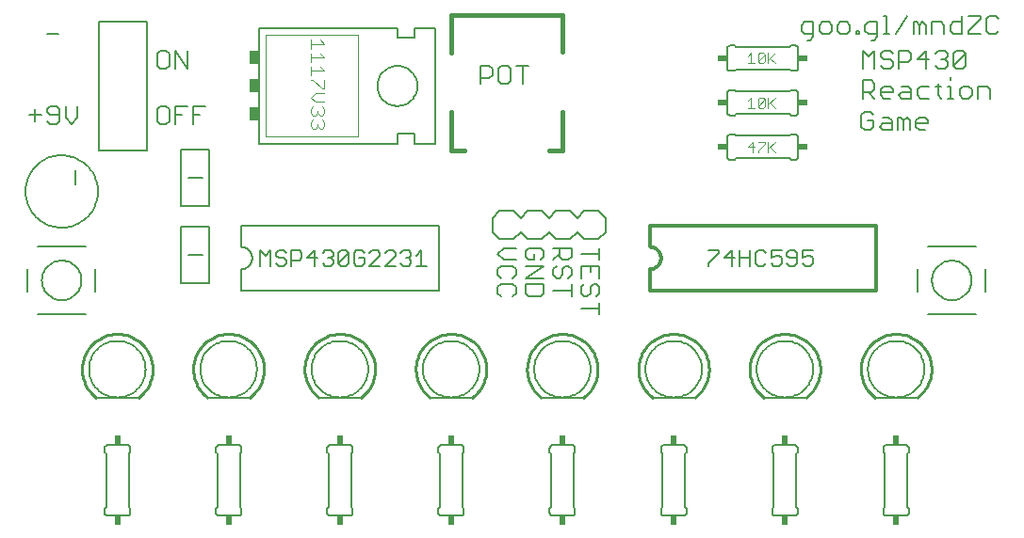
<source format=gto>
G75*
G70*
%OFA0B0*%
%FSLAX24Y24*%
%IPPOS*%
%LPD*%
%AMOC8*
5,1,8,0,0,1.08239X$1,22.5*
%
%ADD10C,0.0060*%
%ADD11C,0.0040*%
%ADD12C,0.0050*%
%ADD13C,0.0030*%
%ADD14C,0.0160*%
%ADD15C,0.0080*%
%ADD16C,0.0100*%
%ADD17R,0.0240X0.0340*%
%ADD18R,0.0340X0.0240*%
%ADD19C,0.0020*%
%ADD20R,0.0350X0.0500*%
%ADD21C,0.0120*%
D10*
X003587Y001706D02*
X003587Y001856D01*
X003637Y001906D01*
X003637Y003806D01*
X003587Y003856D01*
X003587Y004006D01*
X003589Y004023D01*
X003593Y004040D01*
X003600Y004056D01*
X003610Y004070D01*
X003623Y004083D01*
X003637Y004093D01*
X003653Y004100D01*
X003670Y004104D01*
X003687Y004106D01*
X004387Y004106D01*
X004404Y004104D01*
X004421Y004100D01*
X004437Y004093D01*
X004451Y004083D01*
X004464Y004070D01*
X004474Y004056D01*
X004481Y004040D01*
X004485Y004023D01*
X004487Y004006D01*
X004487Y003856D01*
X004437Y003806D01*
X004437Y001906D01*
X004487Y001856D01*
X004487Y001706D01*
X004485Y001689D01*
X004481Y001672D01*
X004474Y001656D01*
X004464Y001642D01*
X004451Y001629D01*
X004437Y001619D01*
X004421Y001612D01*
X004404Y001608D01*
X004387Y001606D01*
X003687Y001606D01*
X003670Y001608D01*
X003653Y001612D01*
X003637Y001619D01*
X003623Y001629D01*
X003610Y001642D01*
X003600Y001656D01*
X003593Y001672D01*
X003589Y001689D01*
X003587Y001706D01*
X007524Y001706D02*
X007524Y001856D01*
X007574Y001906D01*
X007574Y003806D01*
X007524Y003856D01*
X007524Y004006D01*
X007526Y004023D01*
X007530Y004040D01*
X007537Y004056D01*
X007547Y004070D01*
X007560Y004083D01*
X007574Y004093D01*
X007590Y004100D01*
X007607Y004104D01*
X007624Y004106D01*
X008324Y004106D01*
X008341Y004104D01*
X008358Y004100D01*
X008374Y004093D01*
X008388Y004083D01*
X008401Y004070D01*
X008411Y004056D01*
X008418Y004040D01*
X008422Y004023D01*
X008424Y004006D01*
X008424Y003856D01*
X008374Y003806D01*
X008374Y001906D01*
X008424Y001856D01*
X008424Y001706D01*
X008422Y001689D01*
X008418Y001672D01*
X008411Y001656D01*
X008401Y001642D01*
X008388Y001629D01*
X008374Y001619D01*
X008358Y001612D01*
X008341Y001608D01*
X008324Y001606D01*
X007624Y001606D01*
X007607Y001608D01*
X007590Y001612D01*
X007574Y001619D01*
X007560Y001629D01*
X007547Y001642D01*
X007537Y001656D01*
X007530Y001672D01*
X007526Y001689D01*
X007524Y001706D01*
X011461Y001706D02*
X011461Y001856D01*
X011511Y001906D01*
X011511Y003806D01*
X011461Y003856D01*
X011461Y004006D01*
X011463Y004023D01*
X011467Y004040D01*
X011474Y004056D01*
X011484Y004070D01*
X011497Y004083D01*
X011511Y004093D01*
X011527Y004100D01*
X011544Y004104D01*
X011561Y004106D01*
X012261Y004106D01*
X012278Y004104D01*
X012295Y004100D01*
X012311Y004093D01*
X012325Y004083D01*
X012338Y004070D01*
X012348Y004056D01*
X012355Y004040D01*
X012359Y004023D01*
X012361Y004006D01*
X012361Y003856D01*
X012311Y003806D01*
X012311Y001906D01*
X012361Y001856D01*
X012361Y001706D01*
X012359Y001689D01*
X012355Y001672D01*
X012348Y001656D01*
X012338Y001642D01*
X012325Y001629D01*
X012311Y001619D01*
X012295Y001612D01*
X012278Y001608D01*
X012261Y001606D01*
X011561Y001606D01*
X011544Y001608D01*
X011527Y001612D01*
X011511Y001619D01*
X011497Y001629D01*
X011484Y001642D01*
X011474Y001656D01*
X011467Y001672D01*
X011463Y001689D01*
X011461Y001706D01*
X015398Y001706D02*
X015398Y001856D01*
X015448Y001906D01*
X015448Y003806D01*
X015398Y003856D01*
X015398Y004006D01*
X015400Y004023D01*
X015404Y004040D01*
X015411Y004056D01*
X015421Y004070D01*
X015434Y004083D01*
X015448Y004093D01*
X015464Y004100D01*
X015481Y004104D01*
X015498Y004106D01*
X016198Y004106D01*
X016215Y004104D01*
X016232Y004100D01*
X016248Y004093D01*
X016262Y004083D01*
X016275Y004070D01*
X016285Y004056D01*
X016292Y004040D01*
X016296Y004023D01*
X016298Y004006D01*
X016298Y003856D01*
X016248Y003806D01*
X016248Y001906D01*
X016298Y001856D01*
X016298Y001706D01*
X016296Y001689D01*
X016292Y001672D01*
X016285Y001656D01*
X016275Y001642D01*
X016262Y001629D01*
X016248Y001619D01*
X016232Y001612D01*
X016215Y001608D01*
X016198Y001606D01*
X015498Y001606D01*
X015481Y001608D01*
X015464Y001612D01*
X015448Y001619D01*
X015434Y001629D01*
X015421Y001642D01*
X015411Y001656D01*
X015404Y001672D01*
X015400Y001689D01*
X015398Y001706D01*
X019335Y001706D02*
X019335Y001856D01*
X019385Y001906D01*
X019385Y003806D01*
X019335Y003856D01*
X019335Y004006D01*
X019337Y004023D01*
X019341Y004040D01*
X019348Y004056D01*
X019358Y004070D01*
X019371Y004083D01*
X019385Y004093D01*
X019401Y004100D01*
X019418Y004104D01*
X019435Y004106D01*
X020135Y004106D01*
X020152Y004104D01*
X020169Y004100D01*
X020185Y004093D01*
X020199Y004083D01*
X020212Y004070D01*
X020222Y004056D01*
X020229Y004040D01*
X020233Y004023D01*
X020235Y004006D01*
X020235Y003856D01*
X020185Y003806D01*
X020185Y001906D01*
X020235Y001856D01*
X020235Y001706D01*
X020233Y001689D01*
X020229Y001672D01*
X020222Y001656D01*
X020212Y001642D01*
X020199Y001629D01*
X020185Y001619D01*
X020169Y001612D01*
X020152Y001608D01*
X020135Y001606D01*
X019435Y001606D01*
X019418Y001608D01*
X019401Y001612D01*
X019385Y001619D01*
X019371Y001629D01*
X019358Y001642D01*
X019348Y001656D01*
X019341Y001672D01*
X019337Y001689D01*
X019335Y001706D01*
X023272Y001706D02*
X023272Y001856D01*
X023322Y001906D01*
X023322Y003806D01*
X023272Y003856D01*
X023272Y004006D01*
X023274Y004023D01*
X023278Y004040D01*
X023285Y004056D01*
X023295Y004070D01*
X023308Y004083D01*
X023322Y004093D01*
X023338Y004100D01*
X023355Y004104D01*
X023372Y004106D01*
X024072Y004106D01*
X024089Y004104D01*
X024106Y004100D01*
X024122Y004093D01*
X024136Y004083D01*
X024149Y004070D01*
X024159Y004056D01*
X024166Y004040D01*
X024170Y004023D01*
X024172Y004006D01*
X024172Y003856D01*
X024122Y003806D01*
X024122Y001906D01*
X024172Y001856D01*
X024172Y001706D01*
X024170Y001689D01*
X024166Y001672D01*
X024159Y001656D01*
X024149Y001642D01*
X024136Y001629D01*
X024122Y001619D01*
X024106Y001612D01*
X024089Y001608D01*
X024072Y001606D01*
X023372Y001606D01*
X023355Y001608D01*
X023338Y001612D01*
X023322Y001619D01*
X023308Y001629D01*
X023295Y001642D01*
X023285Y001656D01*
X023278Y001672D01*
X023274Y001689D01*
X023272Y001706D01*
X027209Y001706D02*
X027209Y001856D01*
X027259Y001906D01*
X027259Y003806D01*
X027209Y003856D01*
X027209Y004006D01*
X027211Y004023D01*
X027215Y004040D01*
X027222Y004056D01*
X027232Y004070D01*
X027245Y004083D01*
X027259Y004093D01*
X027275Y004100D01*
X027292Y004104D01*
X027309Y004106D01*
X028009Y004106D01*
X028026Y004104D01*
X028043Y004100D01*
X028059Y004093D01*
X028073Y004083D01*
X028086Y004070D01*
X028096Y004056D01*
X028103Y004040D01*
X028107Y004023D01*
X028109Y004006D01*
X028109Y003856D01*
X028059Y003806D01*
X028059Y001906D01*
X028109Y001856D01*
X028109Y001706D01*
X028107Y001689D01*
X028103Y001672D01*
X028096Y001656D01*
X028086Y001642D01*
X028073Y001629D01*
X028059Y001619D01*
X028043Y001612D01*
X028026Y001608D01*
X028009Y001606D01*
X027309Y001606D01*
X027292Y001608D01*
X027275Y001612D01*
X027259Y001619D01*
X027245Y001629D01*
X027232Y001642D01*
X027222Y001656D01*
X027215Y001672D01*
X027211Y001689D01*
X027209Y001706D01*
X031146Y001706D02*
X031146Y001856D01*
X031196Y001906D01*
X031196Y003806D01*
X031146Y003856D01*
X031146Y004006D01*
X031148Y004023D01*
X031152Y004040D01*
X031159Y004056D01*
X031169Y004070D01*
X031182Y004083D01*
X031196Y004093D01*
X031212Y004100D01*
X031229Y004104D01*
X031246Y004106D01*
X031946Y004106D01*
X031963Y004104D01*
X031980Y004100D01*
X031996Y004093D01*
X032010Y004083D01*
X032023Y004070D01*
X032033Y004056D01*
X032040Y004040D01*
X032044Y004023D01*
X032046Y004006D01*
X032046Y003856D01*
X031996Y003806D01*
X031996Y001906D01*
X032046Y001856D01*
X032046Y001706D01*
X032044Y001689D01*
X032040Y001672D01*
X032033Y001656D01*
X032023Y001642D01*
X032010Y001629D01*
X031996Y001619D01*
X031980Y001612D01*
X031963Y001608D01*
X031946Y001606D01*
X031246Y001606D01*
X031229Y001608D01*
X031212Y001612D01*
X031196Y001619D01*
X031182Y001629D01*
X031169Y001642D01*
X031159Y001656D01*
X031152Y001672D01*
X031148Y001689D01*
X031146Y001706D01*
X030596Y006793D02*
X030598Y006856D01*
X030604Y006918D01*
X030614Y006980D01*
X030627Y007042D01*
X030645Y007102D01*
X030666Y007161D01*
X030691Y007219D01*
X030720Y007275D01*
X030752Y007329D01*
X030787Y007381D01*
X030825Y007430D01*
X030867Y007478D01*
X030911Y007522D01*
X030959Y007564D01*
X031008Y007602D01*
X031060Y007637D01*
X031114Y007669D01*
X031170Y007698D01*
X031228Y007723D01*
X031287Y007744D01*
X031347Y007762D01*
X031409Y007775D01*
X031471Y007785D01*
X031533Y007791D01*
X031596Y007793D01*
X031659Y007791D01*
X031721Y007785D01*
X031783Y007775D01*
X031845Y007762D01*
X031905Y007744D01*
X031964Y007723D01*
X032022Y007698D01*
X032078Y007669D01*
X032132Y007637D01*
X032184Y007602D01*
X032233Y007564D01*
X032281Y007522D01*
X032325Y007478D01*
X032367Y007430D01*
X032405Y007381D01*
X032440Y007329D01*
X032472Y007275D01*
X032501Y007219D01*
X032526Y007161D01*
X032547Y007102D01*
X032565Y007042D01*
X032578Y006980D01*
X032588Y006918D01*
X032594Y006856D01*
X032596Y006793D01*
X032594Y006730D01*
X032588Y006668D01*
X032578Y006606D01*
X032565Y006544D01*
X032547Y006484D01*
X032526Y006425D01*
X032501Y006367D01*
X032472Y006311D01*
X032440Y006257D01*
X032405Y006205D01*
X032367Y006156D01*
X032325Y006108D01*
X032281Y006064D01*
X032233Y006022D01*
X032184Y005984D01*
X032132Y005949D01*
X032078Y005917D01*
X032022Y005888D01*
X031964Y005863D01*
X031905Y005842D01*
X031845Y005824D01*
X031783Y005811D01*
X031721Y005801D01*
X031659Y005795D01*
X031596Y005793D01*
X031533Y005795D01*
X031471Y005801D01*
X031409Y005811D01*
X031347Y005824D01*
X031287Y005842D01*
X031228Y005863D01*
X031170Y005888D01*
X031114Y005917D01*
X031060Y005949D01*
X031008Y005984D01*
X030959Y006022D01*
X030911Y006064D01*
X030867Y006108D01*
X030825Y006156D01*
X030787Y006205D01*
X030752Y006257D01*
X030720Y006311D01*
X030691Y006367D01*
X030666Y006425D01*
X030645Y006484D01*
X030627Y006544D01*
X030614Y006606D01*
X030604Y006668D01*
X030598Y006730D01*
X030596Y006793D01*
X026659Y006793D02*
X026661Y006856D01*
X026667Y006918D01*
X026677Y006980D01*
X026690Y007042D01*
X026708Y007102D01*
X026729Y007161D01*
X026754Y007219D01*
X026783Y007275D01*
X026815Y007329D01*
X026850Y007381D01*
X026888Y007430D01*
X026930Y007478D01*
X026974Y007522D01*
X027022Y007564D01*
X027071Y007602D01*
X027123Y007637D01*
X027177Y007669D01*
X027233Y007698D01*
X027291Y007723D01*
X027350Y007744D01*
X027410Y007762D01*
X027472Y007775D01*
X027534Y007785D01*
X027596Y007791D01*
X027659Y007793D01*
X027722Y007791D01*
X027784Y007785D01*
X027846Y007775D01*
X027908Y007762D01*
X027968Y007744D01*
X028027Y007723D01*
X028085Y007698D01*
X028141Y007669D01*
X028195Y007637D01*
X028247Y007602D01*
X028296Y007564D01*
X028344Y007522D01*
X028388Y007478D01*
X028430Y007430D01*
X028468Y007381D01*
X028503Y007329D01*
X028535Y007275D01*
X028564Y007219D01*
X028589Y007161D01*
X028610Y007102D01*
X028628Y007042D01*
X028641Y006980D01*
X028651Y006918D01*
X028657Y006856D01*
X028659Y006793D01*
X028657Y006730D01*
X028651Y006668D01*
X028641Y006606D01*
X028628Y006544D01*
X028610Y006484D01*
X028589Y006425D01*
X028564Y006367D01*
X028535Y006311D01*
X028503Y006257D01*
X028468Y006205D01*
X028430Y006156D01*
X028388Y006108D01*
X028344Y006064D01*
X028296Y006022D01*
X028247Y005984D01*
X028195Y005949D01*
X028141Y005917D01*
X028085Y005888D01*
X028027Y005863D01*
X027968Y005842D01*
X027908Y005824D01*
X027846Y005811D01*
X027784Y005801D01*
X027722Y005795D01*
X027659Y005793D01*
X027596Y005795D01*
X027534Y005801D01*
X027472Y005811D01*
X027410Y005824D01*
X027350Y005842D01*
X027291Y005863D01*
X027233Y005888D01*
X027177Y005917D01*
X027123Y005949D01*
X027071Y005984D01*
X027022Y006022D01*
X026974Y006064D01*
X026930Y006108D01*
X026888Y006156D01*
X026850Y006205D01*
X026815Y006257D01*
X026783Y006311D01*
X026754Y006367D01*
X026729Y006425D01*
X026708Y006484D01*
X026690Y006544D01*
X026677Y006606D01*
X026667Y006668D01*
X026661Y006730D01*
X026659Y006793D01*
X022722Y006793D02*
X022724Y006856D01*
X022730Y006918D01*
X022740Y006980D01*
X022753Y007042D01*
X022771Y007102D01*
X022792Y007161D01*
X022817Y007219D01*
X022846Y007275D01*
X022878Y007329D01*
X022913Y007381D01*
X022951Y007430D01*
X022993Y007478D01*
X023037Y007522D01*
X023085Y007564D01*
X023134Y007602D01*
X023186Y007637D01*
X023240Y007669D01*
X023296Y007698D01*
X023354Y007723D01*
X023413Y007744D01*
X023473Y007762D01*
X023535Y007775D01*
X023597Y007785D01*
X023659Y007791D01*
X023722Y007793D01*
X023785Y007791D01*
X023847Y007785D01*
X023909Y007775D01*
X023971Y007762D01*
X024031Y007744D01*
X024090Y007723D01*
X024148Y007698D01*
X024204Y007669D01*
X024258Y007637D01*
X024310Y007602D01*
X024359Y007564D01*
X024407Y007522D01*
X024451Y007478D01*
X024493Y007430D01*
X024531Y007381D01*
X024566Y007329D01*
X024598Y007275D01*
X024627Y007219D01*
X024652Y007161D01*
X024673Y007102D01*
X024691Y007042D01*
X024704Y006980D01*
X024714Y006918D01*
X024720Y006856D01*
X024722Y006793D01*
X024720Y006730D01*
X024714Y006668D01*
X024704Y006606D01*
X024691Y006544D01*
X024673Y006484D01*
X024652Y006425D01*
X024627Y006367D01*
X024598Y006311D01*
X024566Y006257D01*
X024531Y006205D01*
X024493Y006156D01*
X024451Y006108D01*
X024407Y006064D01*
X024359Y006022D01*
X024310Y005984D01*
X024258Y005949D01*
X024204Y005917D01*
X024148Y005888D01*
X024090Y005863D01*
X024031Y005842D01*
X023971Y005824D01*
X023909Y005811D01*
X023847Y005801D01*
X023785Y005795D01*
X023722Y005793D01*
X023659Y005795D01*
X023597Y005801D01*
X023535Y005811D01*
X023473Y005824D01*
X023413Y005842D01*
X023354Y005863D01*
X023296Y005888D01*
X023240Y005917D01*
X023186Y005949D01*
X023134Y005984D01*
X023085Y006022D01*
X023037Y006064D01*
X022993Y006108D01*
X022951Y006156D01*
X022913Y006205D01*
X022878Y006257D01*
X022846Y006311D01*
X022817Y006367D01*
X022792Y006425D01*
X022771Y006484D01*
X022753Y006544D01*
X022740Y006606D01*
X022730Y006668D01*
X022724Y006730D01*
X022722Y006793D01*
X018785Y006793D02*
X018787Y006856D01*
X018793Y006918D01*
X018803Y006980D01*
X018816Y007042D01*
X018834Y007102D01*
X018855Y007161D01*
X018880Y007219D01*
X018909Y007275D01*
X018941Y007329D01*
X018976Y007381D01*
X019014Y007430D01*
X019056Y007478D01*
X019100Y007522D01*
X019148Y007564D01*
X019197Y007602D01*
X019249Y007637D01*
X019303Y007669D01*
X019359Y007698D01*
X019417Y007723D01*
X019476Y007744D01*
X019536Y007762D01*
X019598Y007775D01*
X019660Y007785D01*
X019722Y007791D01*
X019785Y007793D01*
X019848Y007791D01*
X019910Y007785D01*
X019972Y007775D01*
X020034Y007762D01*
X020094Y007744D01*
X020153Y007723D01*
X020211Y007698D01*
X020267Y007669D01*
X020321Y007637D01*
X020373Y007602D01*
X020422Y007564D01*
X020470Y007522D01*
X020514Y007478D01*
X020556Y007430D01*
X020594Y007381D01*
X020629Y007329D01*
X020661Y007275D01*
X020690Y007219D01*
X020715Y007161D01*
X020736Y007102D01*
X020754Y007042D01*
X020767Y006980D01*
X020777Y006918D01*
X020783Y006856D01*
X020785Y006793D01*
X020783Y006730D01*
X020777Y006668D01*
X020767Y006606D01*
X020754Y006544D01*
X020736Y006484D01*
X020715Y006425D01*
X020690Y006367D01*
X020661Y006311D01*
X020629Y006257D01*
X020594Y006205D01*
X020556Y006156D01*
X020514Y006108D01*
X020470Y006064D01*
X020422Y006022D01*
X020373Y005984D01*
X020321Y005949D01*
X020267Y005917D01*
X020211Y005888D01*
X020153Y005863D01*
X020094Y005842D01*
X020034Y005824D01*
X019972Y005811D01*
X019910Y005801D01*
X019848Y005795D01*
X019785Y005793D01*
X019722Y005795D01*
X019660Y005801D01*
X019598Y005811D01*
X019536Y005824D01*
X019476Y005842D01*
X019417Y005863D01*
X019359Y005888D01*
X019303Y005917D01*
X019249Y005949D01*
X019197Y005984D01*
X019148Y006022D01*
X019100Y006064D01*
X019056Y006108D01*
X019014Y006156D01*
X018976Y006205D01*
X018941Y006257D01*
X018909Y006311D01*
X018880Y006367D01*
X018855Y006425D01*
X018834Y006484D01*
X018816Y006544D01*
X018803Y006606D01*
X018793Y006668D01*
X018787Y006730D01*
X018785Y006793D01*
X014848Y006793D02*
X014850Y006856D01*
X014856Y006918D01*
X014866Y006980D01*
X014879Y007042D01*
X014897Y007102D01*
X014918Y007161D01*
X014943Y007219D01*
X014972Y007275D01*
X015004Y007329D01*
X015039Y007381D01*
X015077Y007430D01*
X015119Y007478D01*
X015163Y007522D01*
X015211Y007564D01*
X015260Y007602D01*
X015312Y007637D01*
X015366Y007669D01*
X015422Y007698D01*
X015480Y007723D01*
X015539Y007744D01*
X015599Y007762D01*
X015661Y007775D01*
X015723Y007785D01*
X015785Y007791D01*
X015848Y007793D01*
X015911Y007791D01*
X015973Y007785D01*
X016035Y007775D01*
X016097Y007762D01*
X016157Y007744D01*
X016216Y007723D01*
X016274Y007698D01*
X016330Y007669D01*
X016384Y007637D01*
X016436Y007602D01*
X016485Y007564D01*
X016533Y007522D01*
X016577Y007478D01*
X016619Y007430D01*
X016657Y007381D01*
X016692Y007329D01*
X016724Y007275D01*
X016753Y007219D01*
X016778Y007161D01*
X016799Y007102D01*
X016817Y007042D01*
X016830Y006980D01*
X016840Y006918D01*
X016846Y006856D01*
X016848Y006793D01*
X016846Y006730D01*
X016840Y006668D01*
X016830Y006606D01*
X016817Y006544D01*
X016799Y006484D01*
X016778Y006425D01*
X016753Y006367D01*
X016724Y006311D01*
X016692Y006257D01*
X016657Y006205D01*
X016619Y006156D01*
X016577Y006108D01*
X016533Y006064D01*
X016485Y006022D01*
X016436Y005984D01*
X016384Y005949D01*
X016330Y005917D01*
X016274Y005888D01*
X016216Y005863D01*
X016157Y005842D01*
X016097Y005824D01*
X016035Y005811D01*
X015973Y005801D01*
X015911Y005795D01*
X015848Y005793D01*
X015785Y005795D01*
X015723Y005801D01*
X015661Y005811D01*
X015599Y005824D01*
X015539Y005842D01*
X015480Y005863D01*
X015422Y005888D01*
X015366Y005917D01*
X015312Y005949D01*
X015260Y005984D01*
X015211Y006022D01*
X015163Y006064D01*
X015119Y006108D01*
X015077Y006156D01*
X015039Y006205D01*
X015004Y006257D01*
X014972Y006311D01*
X014943Y006367D01*
X014918Y006425D01*
X014897Y006484D01*
X014879Y006544D01*
X014866Y006606D01*
X014856Y006668D01*
X014850Y006730D01*
X014848Y006793D01*
X010911Y006793D02*
X010913Y006856D01*
X010919Y006918D01*
X010929Y006980D01*
X010942Y007042D01*
X010960Y007102D01*
X010981Y007161D01*
X011006Y007219D01*
X011035Y007275D01*
X011067Y007329D01*
X011102Y007381D01*
X011140Y007430D01*
X011182Y007478D01*
X011226Y007522D01*
X011274Y007564D01*
X011323Y007602D01*
X011375Y007637D01*
X011429Y007669D01*
X011485Y007698D01*
X011543Y007723D01*
X011602Y007744D01*
X011662Y007762D01*
X011724Y007775D01*
X011786Y007785D01*
X011848Y007791D01*
X011911Y007793D01*
X011974Y007791D01*
X012036Y007785D01*
X012098Y007775D01*
X012160Y007762D01*
X012220Y007744D01*
X012279Y007723D01*
X012337Y007698D01*
X012393Y007669D01*
X012447Y007637D01*
X012499Y007602D01*
X012548Y007564D01*
X012596Y007522D01*
X012640Y007478D01*
X012682Y007430D01*
X012720Y007381D01*
X012755Y007329D01*
X012787Y007275D01*
X012816Y007219D01*
X012841Y007161D01*
X012862Y007102D01*
X012880Y007042D01*
X012893Y006980D01*
X012903Y006918D01*
X012909Y006856D01*
X012911Y006793D01*
X012909Y006730D01*
X012903Y006668D01*
X012893Y006606D01*
X012880Y006544D01*
X012862Y006484D01*
X012841Y006425D01*
X012816Y006367D01*
X012787Y006311D01*
X012755Y006257D01*
X012720Y006205D01*
X012682Y006156D01*
X012640Y006108D01*
X012596Y006064D01*
X012548Y006022D01*
X012499Y005984D01*
X012447Y005949D01*
X012393Y005917D01*
X012337Y005888D01*
X012279Y005863D01*
X012220Y005842D01*
X012160Y005824D01*
X012098Y005811D01*
X012036Y005801D01*
X011974Y005795D01*
X011911Y005793D01*
X011848Y005795D01*
X011786Y005801D01*
X011724Y005811D01*
X011662Y005824D01*
X011602Y005842D01*
X011543Y005863D01*
X011485Y005888D01*
X011429Y005917D01*
X011375Y005949D01*
X011323Y005984D01*
X011274Y006022D01*
X011226Y006064D01*
X011182Y006108D01*
X011140Y006156D01*
X011102Y006205D01*
X011067Y006257D01*
X011035Y006311D01*
X011006Y006367D01*
X010981Y006425D01*
X010960Y006484D01*
X010942Y006544D01*
X010929Y006606D01*
X010919Y006668D01*
X010913Y006730D01*
X010911Y006793D01*
X006974Y006793D02*
X006976Y006856D01*
X006982Y006918D01*
X006992Y006980D01*
X007005Y007042D01*
X007023Y007102D01*
X007044Y007161D01*
X007069Y007219D01*
X007098Y007275D01*
X007130Y007329D01*
X007165Y007381D01*
X007203Y007430D01*
X007245Y007478D01*
X007289Y007522D01*
X007337Y007564D01*
X007386Y007602D01*
X007438Y007637D01*
X007492Y007669D01*
X007548Y007698D01*
X007606Y007723D01*
X007665Y007744D01*
X007725Y007762D01*
X007787Y007775D01*
X007849Y007785D01*
X007911Y007791D01*
X007974Y007793D01*
X008037Y007791D01*
X008099Y007785D01*
X008161Y007775D01*
X008223Y007762D01*
X008283Y007744D01*
X008342Y007723D01*
X008400Y007698D01*
X008456Y007669D01*
X008510Y007637D01*
X008562Y007602D01*
X008611Y007564D01*
X008659Y007522D01*
X008703Y007478D01*
X008745Y007430D01*
X008783Y007381D01*
X008818Y007329D01*
X008850Y007275D01*
X008879Y007219D01*
X008904Y007161D01*
X008925Y007102D01*
X008943Y007042D01*
X008956Y006980D01*
X008966Y006918D01*
X008972Y006856D01*
X008974Y006793D01*
X008972Y006730D01*
X008966Y006668D01*
X008956Y006606D01*
X008943Y006544D01*
X008925Y006484D01*
X008904Y006425D01*
X008879Y006367D01*
X008850Y006311D01*
X008818Y006257D01*
X008783Y006205D01*
X008745Y006156D01*
X008703Y006108D01*
X008659Y006064D01*
X008611Y006022D01*
X008562Y005984D01*
X008510Y005949D01*
X008456Y005917D01*
X008400Y005888D01*
X008342Y005863D01*
X008283Y005842D01*
X008223Y005824D01*
X008161Y005811D01*
X008099Y005801D01*
X008037Y005795D01*
X007974Y005793D01*
X007911Y005795D01*
X007849Y005801D01*
X007787Y005811D01*
X007725Y005824D01*
X007665Y005842D01*
X007606Y005863D01*
X007548Y005888D01*
X007492Y005917D01*
X007438Y005949D01*
X007386Y005984D01*
X007337Y006022D01*
X007289Y006064D01*
X007245Y006108D01*
X007203Y006156D01*
X007165Y006205D01*
X007130Y006257D01*
X007098Y006311D01*
X007069Y006367D01*
X007044Y006425D01*
X007023Y006484D01*
X007005Y006544D01*
X006992Y006606D01*
X006982Y006668D01*
X006976Y006730D01*
X006974Y006793D01*
X003037Y006793D02*
X003039Y006856D01*
X003045Y006918D01*
X003055Y006980D01*
X003068Y007042D01*
X003086Y007102D01*
X003107Y007161D01*
X003132Y007219D01*
X003161Y007275D01*
X003193Y007329D01*
X003228Y007381D01*
X003266Y007430D01*
X003308Y007478D01*
X003352Y007522D01*
X003400Y007564D01*
X003449Y007602D01*
X003501Y007637D01*
X003555Y007669D01*
X003611Y007698D01*
X003669Y007723D01*
X003728Y007744D01*
X003788Y007762D01*
X003850Y007775D01*
X003912Y007785D01*
X003974Y007791D01*
X004037Y007793D01*
X004100Y007791D01*
X004162Y007785D01*
X004224Y007775D01*
X004286Y007762D01*
X004346Y007744D01*
X004405Y007723D01*
X004463Y007698D01*
X004519Y007669D01*
X004573Y007637D01*
X004625Y007602D01*
X004674Y007564D01*
X004722Y007522D01*
X004766Y007478D01*
X004808Y007430D01*
X004846Y007381D01*
X004881Y007329D01*
X004913Y007275D01*
X004942Y007219D01*
X004967Y007161D01*
X004988Y007102D01*
X005006Y007042D01*
X005019Y006980D01*
X005029Y006918D01*
X005035Y006856D01*
X005037Y006793D01*
X005035Y006730D01*
X005029Y006668D01*
X005019Y006606D01*
X005006Y006544D01*
X004988Y006484D01*
X004967Y006425D01*
X004942Y006367D01*
X004913Y006311D01*
X004881Y006257D01*
X004846Y006205D01*
X004808Y006156D01*
X004766Y006108D01*
X004722Y006064D01*
X004674Y006022D01*
X004625Y005984D01*
X004573Y005949D01*
X004519Y005917D01*
X004463Y005888D01*
X004405Y005863D01*
X004346Y005842D01*
X004286Y005824D01*
X004224Y005811D01*
X004162Y005801D01*
X004100Y005795D01*
X004037Y005793D01*
X003974Y005795D01*
X003912Y005801D01*
X003850Y005811D01*
X003788Y005824D01*
X003728Y005842D01*
X003669Y005863D01*
X003611Y005888D01*
X003555Y005917D01*
X003501Y005949D01*
X003449Y005984D01*
X003400Y006022D01*
X003352Y006064D01*
X003308Y006108D01*
X003266Y006156D01*
X003228Y006205D01*
X003193Y006257D01*
X003161Y006311D01*
X003132Y006367D01*
X003107Y006425D01*
X003086Y006484D01*
X003068Y006544D01*
X003055Y006606D01*
X003045Y006668D01*
X003039Y006730D01*
X003037Y006793D01*
X008409Y009580D02*
X008409Y010330D01*
X008448Y010332D01*
X008487Y010338D01*
X008525Y010347D01*
X008562Y010360D01*
X008598Y010377D01*
X008631Y010397D01*
X008663Y010421D01*
X008692Y010447D01*
X008718Y010476D01*
X008742Y010508D01*
X008762Y010541D01*
X008779Y010577D01*
X008792Y010614D01*
X008801Y010652D01*
X008807Y010691D01*
X008809Y010730D01*
X008807Y010769D01*
X008801Y010808D01*
X008792Y010846D01*
X008779Y010883D01*
X008762Y010919D01*
X008742Y010952D01*
X008718Y010984D01*
X008692Y011013D01*
X008663Y011039D01*
X008631Y011063D01*
X008598Y011083D01*
X008562Y011100D01*
X008525Y011113D01*
X008487Y011122D01*
X008448Y011128D01*
X008409Y011130D01*
X008409Y011880D01*
X015409Y011880D01*
X015409Y009580D01*
X008409Y009580D01*
X009049Y014782D02*
X013949Y014782D01*
X013949Y015132D01*
X014549Y015132D01*
X014549Y014782D01*
X015299Y014782D01*
X015299Y018882D01*
X014549Y018882D01*
X014549Y018532D01*
X013949Y018532D01*
X013949Y018882D01*
X009049Y018882D01*
X009049Y014782D01*
X006948Y015805D02*
X006734Y015805D01*
X006734Y016125D02*
X006734Y015484D01*
X006303Y015805D02*
X006090Y015805D01*
X005872Y016018D02*
X005872Y015591D01*
X005765Y015484D01*
X005552Y015484D01*
X005445Y015591D01*
X005445Y016018D01*
X005552Y016125D01*
X005765Y016125D01*
X005872Y016018D01*
X006090Y016125D02*
X006517Y016125D01*
X006734Y016125D02*
X007161Y016125D01*
X006090Y016125D02*
X006090Y015484D01*
X006090Y017453D02*
X006090Y018093D01*
X006517Y017453D01*
X006517Y018093D01*
X005872Y017987D02*
X005872Y017560D01*
X005765Y017453D01*
X005552Y017453D01*
X005445Y017560D01*
X005445Y017987D01*
X005552Y018093D01*
X005765Y018093D01*
X005872Y017987D01*
X002634Y016125D02*
X002634Y015698D01*
X002420Y015484D01*
X002207Y015698D01*
X002207Y016125D01*
X001989Y016018D02*
X001882Y016125D01*
X001669Y016125D01*
X001562Y016018D01*
X001562Y015911D01*
X001669Y015805D01*
X001989Y015805D01*
X001989Y016018D02*
X001989Y015591D01*
X001882Y015484D01*
X001669Y015484D01*
X001562Y015591D01*
X001344Y015805D02*
X000917Y015805D01*
X001131Y016018D02*
X001131Y015591D01*
X001540Y018689D02*
X001967Y018689D01*
X013239Y016832D02*
X013241Y016885D01*
X013247Y016938D01*
X013257Y016990D01*
X013271Y017041D01*
X013288Y017091D01*
X013309Y017140D01*
X013334Y017187D01*
X013362Y017232D01*
X013394Y017275D01*
X013429Y017315D01*
X013466Y017352D01*
X013506Y017387D01*
X013549Y017419D01*
X013594Y017447D01*
X013641Y017472D01*
X013690Y017493D01*
X013740Y017510D01*
X013791Y017524D01*
X013843Y017534D01*
X013896Y017540D01*
X013949Y017542D01*
X014002Y017540D01*
X014055Y017534D01*
X014107Y017524D01*
X014158Y017510D01*
X014208Y017493D01*
X014257Y017472D01*
X014304Y017447D01*
X014349Y017419D01*
X014392Y017387D01*
X014432Y017352D01*
X014469Y017315D01*
X014504Y017275D01*
X014536Y017232D01*
X014564Y017187D01*
X014589Y017140D01*
X014610Y017091D01*
X014627Y017041D01*
X014641Y016990D01*
X014651Y016938D01*
X014657Y016885D01*
X014659Y016832D01*
X014657Y016779D01*
X014651Y016726D01*
X014641Y016674D01*
X014627Y016623D01*
X014610Y016573D01*
X014589Y016524D01*
X014564Y016477D01*
X014536Y016432D01*
X014504Y016389D01*
X014469Y016349D01*
X014432Y016312D01*
X014392Y016277D01*
X014349Y016245D01*
X014304Y016217D01*
X014257Y016192D01*
X014208Y016171D01*
X014158Y016154D01*
X014107Y016140D01*
X014055Y016130D01*
X014002Y016124D01*
X013949Y016122D01*
X013896Y016124D01*
X013843Y016130D01*
X013791Y016140D01*
X013740Y016154D01*
X013690Y016171D01*
X013641Y016192D01*
X013594Y016217D01*
X013549Y016245D01*
X013506Y016277D01*
X013466Y016312D01*
X013429Y016349D01*
X013394Y016389D01*
X013362Y016432D01*
X013334Y016477D01*
X013309Y016524D01*
X013288Y016573D01*
X013271Y016623D01*
X013257Y016674D01*
X013247Y016726D01*
X013241Y016779D01*
X013239Y016832D01*
X016880Y016906D02*
X016880Y017547D01*
X017200Y017547D01*
X017307Y017440D01*
X017307Y017226D01*
X017200Y017119D01*
X016880Y017119D01*
X017524Y017013D02*
X017631Y016906D01*
X017845Y016906D01*
X017951Y017013D01*
X017951Y017440D01*
X017845Y017547D01*
X017631Y017547D01*
X017524Y017440D01*
X017524Y017013D01*
X018382Y016906D02*
X018382Y017547D01*
X018169Y017547D02*
X018596Y017547D01*
X025622Y017467D02*
X025622Y018167D01*
X025624Y018184D01*
X025628Y018201D01*
X025635Y018217D01*
X025645Y018231D01*
X025658Y018244D01*
X025672Y018254D01*
X025688Y018261D01*
X025705Y018265D01*
X025722Y018267D01*
X025872Y018267D01*
X025922Y018217D01*
X027822Y018217D01*
X027872Y018267D01*
X028022Y018267D01*
X028039Y018265D01*
X028056Y018261D01*
X028072Y018254D01*
X028086Y018244D01*
X028099Y018231D01*
X028109Y018217D01*
X028116Y018201D01*
X028120Y018184D01*
X028122Y018167D01*
X028122Y017467D01*
X028120Y017450D01*
X028116Y017433D01*
X028109Y017417D01*
X028099Y017403D01*
X028086Y017390D01*
X028072Y017380D01*
X028056Y017373D01*
X028039Y017369D01*
X028022Y017367D01*
X027872Y017367D01*
X027822Y017417D01*
X025922Y017417D01*
X025872Y017367D01*
X025722Y017367D01*
X025705Y017369D01*
X025688Y017373D01*
X025672Y017380D01*
X025658Y017390D01*
X025645Y017403D01*
X025635Y017417D01*
X025628Y017433D01*
X025624Y017450D01*
X025622Y017467D01*
X025722Y016692D02*
X025872Y016692D01*
X025922Y016642D01*
X027822Y016642D01*
X027872Y016692D01*
X028022Y016692D01*
X028039Y016690D01*
X028056Y016686D01*
X028072Y016679D01*
X028086Y016669D01*
X028099Y016656D01*
X028109Y016642D01*
X028116Y016626D01*
X028120Y016609D01*
X028122Y016592D01*
X028122Y015892D01*
X028120Y015875D01*
X028116Y015858D01*
X028109Y015842D01*
X028099Y015828D01*
X028086Y015815D01*
X028072Y015805D01*
X028056Y015798D01*
X028039Y015794D01*
X028022Y015792D01*
X027872Y015792D01*
X027822Y015842D01*
X025922Y015842D01*
X025872Y015792D01*
X025722Y015792D01*
X025705Y015794D01*
X025688Y015798D01*
X025672Y015805D01*
X025658Y015815D01*
X025645Y015828D01*
X025635Y015842D01*
X025628Y015858D01*
X025624Y015875D01*
X025622Y015892D01*
X025622Y016592D01*
X025624Y016609D01*
X025628Y016626D01*
X025635Y016642D01*
X025645Y016656D01*
X025658Y016669D01*
X025672Y016679D01*
X025688Y016686D01*
X025705Y016690D01*
X025722Y016692D01*
X025722Y015117D02*
X025872Y015117D01*
X025922Y015067D01*
X027822Y015067D01*
X027872Y015117D01*
X028022Y015117D01*
X028039Y015115D01*
X028056Y015111D01*
X028072Y015104D01*
X028086Y015094D01*
X028099Y015081D01*
X028109Y015067D01*
X028116Y015051D01*
X028120Y015034D01*
X028122Y015017D01*
X028122Y014317D01*
X028120Y014300D01*
X028116Y014283D01*
X028109Y014267D01*
X028099Y014253D01*
X028086Y014240D01*
X028072Y014230D01*
X028056Y014223D01*
X028039Y014219D01*
X028022Y014217D01*
X027872Y014217D01*
X027822Y014267D01*
X025922Y014267D01*
X025872Y014217D01*
X025722Y014217D01*
X025705Y014219D01*
X025688Y014223D01*
X025672Y014230D01*
X025658Y014240D01*
X025645Y014253D01*
X025635Y014267D01*
X025628Y014283D01*
X025624Y014300D01*
X025622Y014317D01*
X025622Y015017D01*
X025624Y015034D01*
X025628Y015051D01*
X025635Y015067D01*
X025645Y015081D01*
X025658Y015094D01*
X025672Y015104D01*
X025688Y015111D01*
X025705Y015115D01*
X025722Y015117D01*
X030366Y015394D02*
X030473Y015287D01*
X030686Y015287D01*
X030793Y015394D01*
X030793Y015608D01*
X030580Y015608D01*
X030793Y015821D02*
X030686Y015928D01*
X030473Y015928D01*
X030366Y015821D01*
X030366Y015394D01*
X031011Y015394D02*
X031118Y015501D01*
X031438Y015501D01*
X031438Y015608D02*
X031438Y015287D01*
X031118Y015287D01*
X031011Y015394D01*
X031331Y015715D02*
X031438Y015608D01*
X031331Y015715D02*
X031118Y015715D01*
X031655Y015715D02*
X031762Y015715D01*
X031869Y015608D01*
X031976Y015715D01*
X032082Y015608D01*
X032082Y015287D01*
X031869Y015287D02*
X031869Y015608D01*
X031655Y015715D02*
X031655Y015287D01*
X032300Y015394D02*
X032300Y015608D01*
X032407Y015715D01*
X032620Y015715D01*
X032727Y015608D01*
X032727Y015501D01*
X032300Y015501D01*
X032300Y015394D02*
X032407Y015287D01*
X032620Y015287D01*
X032766Y016390D02*
X032446Y016390D01*
X032339Y016497D01*
X032339Y016710D01*
X032446Y016817D01*
X032766Y016817D01*
X032984Y016817D02*
X033197Y016817D01*
X033091Y016924D02*
X033091Y016497D01*
X033197Y016390D01*
X033413Y016390D02*
X033627Y016390D01*
X033520Y016390D02*
X033520Y016817D01*
X033413Y016817D01*
X033520Y017030D02*
X033520Y017137D01*
X033735Y017453D02*
X033628Y017560D01*
X034055Y017987D01*
X034055Y017560D01*
X033949Y017453D01*
X033735Y017453D01*
X033628Y017560D02*
X033628Y017987D01*
X033735Y018093D01*
X033949Y018093D01*
X034055Y017987D01*
X033411Y017987D02*
X033411Y017880D01*
X033304Y017773D01*
X033411Y017666D01*
X033411Y017560D01*
X033304Y017453D01*
X033091Y017453D01*
X032984Y017560D01*
X033197Y017773D02*
X033304Y017773D01*
X033411Y017987D02*
X033304Y018093D01*
X033091Y018093D01*
X032984Y017987D01*
X032766Y017773D02*
X032339Y017773D01*
X032660Y018093D01*
X032660Y017453D01*
X032122Y017773D02*
X032015Y017666D01*
X031695Y017666D01*
X031695Y017453D02*
X031695Y018093D01*
X032015Y018093D01*
X032122Y017987D01*
X032122Y017773D01*
X031477Y017666D02*
X031477Y017560D01*
X031370Y017453D01*
X031157Y017453D01*
X031050Y017560D01*
X031157Y017773D02*
X031370Y017773D01*
X031477Y017666D01*
X031157Y017773D02*
X031050Y017880D01*
X031050Y017987D01*
X031157Y018093D01*
X031370Y018093D01*
X031477Y017987D01*
X030833Y018093D02*
X030833Y017453D01*
X030406Y017453D02*
X030406Y018093D01*
X030619Y017880D01*
X030833Y018093D01*
X030816Y018460D02*
X030923Y018567D01*
X030923Y019100D01*
X030603Y019100D01*
X030496Y018994D01*
X030496Y018780D01*
X030603Y018673D01*
X030923Y018673D01*
X031141Y018673D02*
X031354Y018673D01*
X031247Y018673D02*
X031247Y019314D01*
X031141Y019314D01*
X031570Y018673D02*
X031997Y019314D01*
X032215Y019100D02*
X032322Y019100D01*
X032428Y018994D01*
X032535Y019100D01*
X032642Y018994D01*
X032642Y018673D01*
X032428Y018673D02*
X032428Y018994D01*
X032215Y019100D02*
X032215Y018673D01*
X032860Y018673D02*
X032860Y019100D01*
X033180Y019100D01*
X033287Y018994D01*
X033287Y018673D01*
X033504Y018780D02*
X033504Y018994D01*
X033611Y019100D01*
X033931Y019100D01*
X033931Y019314D02*
X033931Y018673D01*
X033611Y018673D01*
X033504Y018780D01*
X034149Y018780D02*
X034149Y018673D01*
X034576Y018673D01*
X034793Y018780D02*
X034900Y018673D01*
X035113Y018673D01*
X035220Y018780D01*
X034793Y018780D02*
X034793Y019207D01*
X034900Y019314D01*
X035113Y019314D01*
X035220Y019207D01*
X034576Y019207D02*
X034149Y018780D01*
X034149Y019314D02*
X034576Y019314D01*
X034576Y019207D01*
X030816Y018460D02*
X030710Y018460D01*
X030281Y018673D02*
X030281Y018780D01*
X030174Y018780D01*
X030174Y018673D01*
X030281Y018673D01*
X029956Y018780D02*
X029956Y018994D01*
X029850Y019100D01*
X029636Y019100D01*
X029529Y018994D01*
X029529Y018780D01*
X029636Y018673D01*
X029850Y018673D01*
X029956Y018780D01*
X029312Y018780D02*
X029312Y018994D01*
X029205Y019100D01*
X028992Y019100D01*
X028885Y018994D01*
X028885Y018780D01*
X028992Y018673D01*
X029205Y018673D01*
X029312Y018780D01*
X028667Y018673D02*
X028347Y018673D01*
X028240Y018780D01*
X028240Y018994D01*
X028347Y019100D01*
X028667Y019100D01*
X028667Y018567D01*
X028561Y018460D01*
X028454Y018460D01*
X030406Y017030D02*
X030726Y017030D01*
X030833Y016924D01*
X030833Y016710D01*
X030726Y016603D01*
X030406Y016603D01*
X030619Y016603D02*
X030833Y016390D01*
X031050Y016497D02*
X031050Y016710D01*
X031157Y016817D01*
X031370Y016817D01*
X031477Y016710D01*
X031477Y016603D01*
X031050Y016603D01*
X031050Y016497D02*
X031157Y016390D01*
X031370Y016390D01*
X031695Y016497D02*
X031801Y016603D01*
X032122Y016603D01*
X032122Y016710D02*
X032015Y016817D01*
X031801Y016817D01*
X031695Y016497D02*
X031801Y016390D01*
X032122Y016390D01*
X032122Y016710D01*
X033843Y016710D02*
X033843Y016497D01*
X033950Y016390D01*
X034163Y016390D01*
X034270Y016497D01*
X034270Y016710D01*
X034163Y016817D01*
X033950Y016817D01*
X033843Y016710D01*
X034488Y016817D02*
X034488Y016390D01*
X034915Y016390D02*
X034915Y016710D01*
X034808Y016817D01*
X034488Y016817D01*
X030406Y017030D02*
X030406Y016390D01*
X021090Y011094D02*
X021090Y010667D01*
X021090Y010880D02*
X020449Y010880D01*
X020106Y010773D02*
X019999Y010667D01*
X019785Y010667D01*
X019679Y010773D01*
X019679Y011094D01*
X019679Y010880D02*
X019465Y010667D01*
X019572Y010449D02*
X019465Y010342D01*
X019465Y010129D01*
X019572Y010022D01*
X019679Y010022D01*
X019785Y010129D01*
X019785Y010342D01*
X019892Y010449D01*
X019999Y010449D01*
X020106Y010342D01*
X020106Y010129D01*
X019999Y010022D01*
X020449Y010022D02*
X020449Y010449D01*
X021090Y010449D01*
X021090Y010022D01*
X020770Y010236D02*
X020770Y010449D01*
X020106Y010773D02*
X020106Y011094D01*
X019465Y011094D01*
X019121Y010987D02*
X019015Y011094D01*
X018588Y011094D01*
X018481Y010987D01*
X018481Y010773D01*
X018588Y010667D01*
X018801Y010667D01*
X018801Y010880D01*
X019015Y010667D02*
X019121Y010773D01*
X019121Y010987D01*
X019121Y010449D02*
X018481Y010449D01*
X018137Y010342D02*
X018030Y010449D01*
X017603Y010449D01*
X017497Y010342D01*
X017497Y010129D01*
X017603Y010022D01*
X018030Y010022D02*
X018137Y010129D01*
X018137Y010342D01*
X018481Y010022D02*
X019121Y010022D01*
X019121Y009805D02*
X018481Y009805D01*
X018481Y009484D01*
X018588Y009377D01*
X019015Y009377D01*
X019121Y009484D01*
X019121Y009805D01*
X019465Y009591D02*
X020106Y009591D01*
X020106Y009805D02*
X020106Y009377D01*
X020449Y009484D02*
X020449Y009698D01*
X020556Y009805D01*
X020770Y009698D02*
X020770Y009484D01*
X020663Y009377D01*
X020556Y009377D01*
X020449Y009484D01*
X020770Y009698D02*
X020876Y009805D01*
X020983Y009805D01*
X021090Y009698D01*
X021090Y009484D01*
X020983Y009377D01*
X021090Y009160D02*
X021090Y008733D01*
X021090Y008946D02*
X020449Y008946D01*
X019121Y010449D02*
X018481Y010022D01*
X018137Y009698D02*
X018030Y009805D01*
X017603Y009805D01*
X017497Y009698D01*
X017497Y009484D01*
X017603Y009377D01*
X018030Y009377D02*
X018137Y009484D01*
X018137Y009698D01*
X018137Y010667D02*
X017710Y010667D01*
X017497Y010880D01*
X017710Y011094D01*
X018137Y011094D01*
D11*
X011360Y015398D02*
X011281Y015319D01*
X011203Y015319D01*
X011124Y015398D01*
X011045Y015319D01*
X010966Y015319D01*
X010888Y015398D01*
X010888Y015555D01*
X010966Y015634D01*
X010966Y015791D02*
X010888Y015869D01*
X010888Y016027D01*
X010966Y016105D01*
X011045Y016262D02*
X011360Y016262D01*
X011281Y016105D02*
X011360Y016027D01*
X011360Y015869D01*
X011281Y015791D01*
X011203Y015791D01*
X011124Y015869D01*
X011045Y015791D01*
X010966Y015791D01*
X011124Y015869D02*
X011124Y015948D01*
X011045Y016262D02*
X010888Y016419D01*
X011045Y016577D01*
X011360Y016577D01*
X011360Y016733D02*
X011281Y016733D01*
X010966Y017048D01*
X010888Y017048D01*
X010888Y017204D02*
X010888Y017519D01*
X010888Y017676D02*
X010888Y017990D01*
X010888Y018147D02*
X010888Y018462D01*
X010888Y018304D02*
X011360Y018304D01*
X011203Y018462D01*
X011203Y017990D02*
X011360Y017833D01*
X010888Y017833D01*
X011203Y017519D02*
X011360Y017362D01*
X010888Y017362D01*
X011360Y017048D02*
X011360Y016733D01*
X011281Y015634D02*
X011360Y015555D01*
X011360Y015398D01*
X011124Y015398D02*
X011124Y015477D01*
D12*
X011027Y011005D02*
X010752Y010730D01*
X011119Y010730D01*
X011304Y010547D02*
X011396Y010455D01*
X011579Y010455D01*
X011671Y010547D01*
X011671Y010638D01*
X011579Y010730D01*
X011488Y010730D01*
X011579Y010730D02*
X011671Y010822D01*
X011671Y010914D01*
X011579Y011005D01*
X011396Y011005D01*
X011304Y010914D01*
X011027Y011005D02*
X011027Y010455D01*
X010566Y010730D02*
X010474Y010638D01*
X010199Y010638D01*
X010199Y010455D02*
X010199Y011005D01*
X010474Y011005D01*
X010566Y010914D01*
X010566Y010730D01*
X010014Y010638D02*
X010014Y010547D01*
X009922Y010455D01*
X009738Y010455D01*
X009647Y010547D01*
X009738Y010730D02*
X009922Y010730D01*
X010014Y010638D01*
X009738Y010730D02*
X009647Y010822D01*
X009647Y010914D01*
X009738Y011005D01*
X009922Y011005D01*
X010014Y010914D01*
X009461Y011005D02*
X009461Y010455D01*
X009094Y010455D02*
X009094Y011005D01*
X009278Y010822D01*
X009461Y011005D01*
X011857Y010914D02*
X011857Y010547D01*
X012224Y010914D01*
X012224Y010547D01*
X012132Y010455D01*
X011948Y010455D01*
X011857Y010547D01*
X012409Y010547D02*
X012501Y010455D01*
X012684Y010455D01*
X012776Y010547D01*
X012776Y010730D01*
X012593Y010730D01*
X012776Y010914D02*
X012684Y011005D01*
X012501Y011005D01*
X012409Y010914D01*
X012409Y010547D01*
X012224Y010914D02*
X012132Y011005D01*
X011948Y011005D01*
X011857Y010914D01*
X012962Y010914D02*
X013053Y011005D01*
X013237Y011005D01*
X013329Y010914D01*
X013329Y010822D01*
X012962Y010455D01*
X013329Y010455D01*
X013514Y010455D02*
X013881Y010822D01*
X013881Y010914D01*
X013789Y011005D01*
X013606Y011005D01*
X013514Y010914D01*
X013514Y010455D02*
X013881Y010455D01*
X014067Y010547D02*
X014158Y010455D01*
X014342Y010455D01*
X014434Y010547D01*
X014434Y010638D01*
X014342Y010730D01*
X014250Y010730D01*
X014342Y010730D02*
X014434Y010822D01*
X014434Y010914D01*
X014342Y011005D01*
X014158Y011005D01*
X014067Y010914D01*
X014619Y010822D02*
X014802Y011005D01*
X014802Y010455D01*
X014619Y010455D02*
X014986Y010455D01*
X024963Y010547D02*
X024963Y010455D01*
X024963Y010547D02*
X025330Y010914D01*
X025330Y011005D01*
X024963Y011005D01*
X025515Y010730D02*
X025882Y010730D01*
X026068Y010730D02*
X026435Y010730D01*
X026620Y010547D02*
X026712Y010455D01*
X026896Y010455D01*
X026987Y010547D01*
X027173Y010547D02*
X027265Y010455D01*
X027448Y010455D01*
X027540Y010547D01*
X027540Y010730D01*
X027448Y010822D01*
X027356Y010822D01*
X027173Y010730D01*
X027173Y011005D01*
X027540Y011005D01*
X027725Y010914D02*
X027725Y010822D01*
X027817Y010730D01*
X028092Y010730D01*
X028092Y010547D02*
X028092Y010914D01*
X028001Y011005D01*
X027817Y011005D01*
X027725Y010914D01*
X027725Y010547D02*
X027817Y010455D01*
X028001Y010455D01*
X028092Y010547D01*
X028278Y010547D02*
X028370Y010455D01*
X028553Y010455D01*
X028645Y010547D01*
X028645Y010730D01*
X028553Y010822D01*
X028461Y010822D01*
X028278Y010730D01*
X028278Y011005D01*
X028645Y011005D01*
X026987Y010914D02*
X026896Y011005D01*
X026712Y011005D01*
X026620Y010914D01*
X026620Y010547D01*
X026435Y010455D02*
X026435Y011005D01*
X026068Y011005D02*
X026068Y010455D01*
X025791Y010455D02*
X025791Y011005D01*
X025515Y010730D01*
D13*
X026525Y014485D02*
X026525Y014849D01*
X026343Y014667D01*
X026586Y014667D01*
X026705Y014546D02*
X026705Y014485D01*
X026705Y014546D02*
X026948Y014788D01*
X026948Y014849D01*
X026705Y014849D01*
X027068Y014849D02*
X027068Y014485D01*
X027068Y014606D02*
X027311Y014849D01*
X027129Y014667D02*
X027311Y014485D01*
X027311Y016060D02*
X027129Y016242D01*
X027068Y016181D02*
X027311Y016424D01*
X027068Y016424D02*
X027068Y016060D01*
X026948Y016121D02*
X026887Y016060D01*
X026766Y016060D01*
X026705Y016121D01*
X026948Y016363D01*
X026948Y016121D01*
X026948Y016363D02*
X026887Y016424D01*
X026766Y016424D01*
X026705Y016363D01*
X026705Y016121D01*
X026586Y016060D02*
X026343Y016060D01*
X026464Y016060D02*
X026464Y016424D01*
X026343Y016303D01*
X026343Y017635D02*
X026586Y017635D01*
X026464Y017635D02*
X026464Y017999D01*
X026343Y017877D01*
X026705Y017938D02*
X026705Y017695D01*
X026948Y017938D01*
X026948Y017695D01*
X026887Y017635D01*
X026766Y017635D01*
X026705Y017695D01*
X026705Y017938D02*
X026766Y017999D01*
X026887Y017999D01*
X026948Y017938D01*
X027068Y017999D02*
X027068Y017635D01*
X027068Y017756D02*
X027311Y017999D01*
X027129Y017817D02*
X027311Y017635D01*
D14*
X019785Y018053D02*
X019785Y019352D01*
X015848Y019352D01*
X015848Y018013D01*
X015848Y015927D02*
X015848Y014549D01*
X016320Y014549D01*
X019313Y014549D02*
X019785Y014549D01*
X019785Y015927D01*
D15*
X019567Y012411D02*
X020067Y012411D01*
X020317Y012161D01*
X020567Y012411D01*
X021067Y012411D01*
X021317Y012161D01*
X021317Y011661D01*
X021067Y011411D01*
X020567Y011411D01*
X020317Y011661D01*
X020067Y011411D01*
X019567Y011411D01*
X019317Y011661D01*
X019067Y011411D01*
X018567Y011411D01*
X018317Y011661D01*
X018067Y011411D01*
X017567Y011411D01*
X017317Y011661D01*
X017317Y012161D01*
X017567Y012411D01*
X018067Y012411D01*
X018317Y012161D01*
X018567Y012411D01*
X019067Y012411D01*
X019317Y012161D01*
X019567Y012411D01*
X019035Y005793D02*
X020535Y005793D01*
X022972Y005793D02*
X024472Y005793D01*
X026909Y005793D02*
X028409Y005793D01*
X030846Y005793D02*
X032346Y005793D01*
X032715Y008743D02*
X034415Y008743D01*
X034765Y009543D02*
X034765Y010335D01*
X032865Y009943D02*
X032867Y009995D01*
X032873Y010047D01*
X032883Y010099D01*
X032896Y010149D01*
X032913Y010199D01*
X032934Y010247D01*
X032959Y010293D01*
X032987Y010337D01*
X033018Y010379D01*
X033052Y010419D01*
X033089Y010456D01*
X033129Y010490D01*
X033171Y010521D01*
X033215Y010549D01*
X033261Y010574D01*
X033309Y010595D01*
X033359Y010612D01*
X033409Y010625D01*
X033461Y010635D01*
X033513Y010641D01*
X033565Y010643D01*
X033617Y010641D01*
X033669Y010635D01*
X033721Y010625D01*
X033771Y010612D01*
X033821Y010595D01*
X033869Y010574D01*
X033915Y010549D01*
X033959Y010521D01*
X034001Y010490D01*
X034041Y010456D01*
X034078Y010419D01*
X034112Y010379D01*
X034143Y010337D01*
X034171Y010293D01*
X034196Y010247D01*
X034217Y010199D01*
X034234Y010149D01*
X034247Y010099D01*
X034257Y010047D01*
X034263Y009995D01*
X034265Y009943D01*
X034263Y009891D01*
X034257Y009839D01*
X034247Y009787D01*
X034234Y009737D01*
X034217Y009687D01*
X034196Y009639D01*
X034171Y009593D01*
X034143Y009549D01*
X034112Y009507D01*
X034078Y009467D01*
X034041Y009430D01*
X034001Y009396D01*
X033959Y009365D01*
X033915Y009337D01*
X033869Y009312D01*
X033821Y009291D01*
X033771Y009274D01*
X033721Y009261D01*
X033669Y009251D01*
X033617Y009245D01*
X033565Y009243D01*
X033513Y009245D01*
X033461Y009251D01*
X033409Y009261D01*
X033359Y009274D01*
X033309Y009291D01*
X033261Y009312D01*
X033215Y009337D01*
X033171Y009365D01*
X033129Y009396D01*
X033089Y009430D01*
X033052Y009467D01*
X033018Y009507D01*
X032987Y009549D01*
X032959Y009593D01*
X032934Y009639D01*
X032913Y009687D01*
X032896Y009737D01*
X032883Y009787D01*
X032873Y009839D01*
X032867Y009891D01*
X032865Y009943D01*
X032365Y009543D02*
X032365Y010347D01*
X032715Y011143D02*
X034415Y011143D01*
X016598Y005793D02*
X015098Y005793D01*
X012661Y005793D02*
X011161Y005793D01*
X008724Y005793D02*
X007224Y005793D01*
X004787Y005793D02*
X003287Y005793D01*
X002919Y008743D02*
X001219Y008743D01*
X000869Y009550D02*
X000869Y010343D01*
X001369Y009943D02*
X001371Y009995D01*
X001377Y010047D01*
X001387Y010099D01*
X001400Y010149D01*
X001417Y010199D01*
X001438Y010247D01*
X001463Y010293D01*
X001491Y010337D01*
X001522Y010379D01*
X001556Y010419D01*
X001593Y010456D01*
X001633Y010490D01*
X001675Y010521D01*
X001719Y010549D01*
X001765Y010574D01*
X001813Y010595D01*
X001863Y010612D01*
X001913Y010625D01*
X001965Y010635D01*
X002017Y010641D01*
X002069Y010643D01*
X002121Y010641D01*
X002173Y010635D01*
X002225Y010625D01*
X002275Y010612D01*
X002325Y010595D01*
X002373Y010574D01*
X002419Y010549D01*
X002463Y010521D01*
X002505Y010490D01*
X002545Y010456D01*
X002582Y010419D01*
X002616Y010379D01*
X002647Y010337D01*
X002675Y010293D01*
X002700Y010247D01*
X002721Y010199D01*
X002738Y010149D01*
X002751Y010099D01*
X002761Y010047D01*
X002767Y009995D01*
X002769Y009943D01*
X002767Y009891D01*
X002761Y009839D01*
X002751Y009787D01*
X002738Y009737D01*
X002721Y009687D01*
X002700Y009639D01*
X002675Y009593D01*
X002647Y009549D01*
X002616Y009507D01*
X002582Y009467D01*
X002545Y009430D01*
X002505Y009396D01*
X002463Y009365D01*
X002419Y009337D01*
X002373Y009312D01*
X002325Y009291D01*
X002275Y009274D01*
X002225Y009261D01*
X002173Y009251D01*
X002121Y009245D01*
X002069Y009243D01*
X002017Y009245D01*
X001965Y009251D01*
X001913Y009261D01*
X001863Y009274D01*
X001813Y009291D01*
X001765Y009312D01*
X001719Y009337D01*
X001675Y009365D01*
X001633Y009396D01*
X001593Y009430D01*
X001556Y009467D01*
X001522Y009507D01*
X001491Y009549D01*
X001463Y009593D01*
X001438Y009639D01*
X001417Y009687D01*
X001400Y009737D01*
X001387Y009787D01*
X001377Y009839D01*
X001371Y009891D01*
X001369Y009943D01*
X001219Y011143D02*
X002919Y011143D01*
X003269Y010343D02*
X003269Y009538D01*
X006293Y009836D02*
X007293Y009836D01*
X007293Y011836D01*
X006293Y011836D01*
X006293Y009836D01*
X006543Y010836D02*
X007043Y010836D01*
X007293Y012576D02*
X006293Y012576D01*
X006293Y014576D01*
X007293Y014576D01*
X007293Y012576D01*
X007043Y013576D02*
X006543Y013576D01*
X005090Y014543D02*
X005090Y019122D01*
X003378Y019122D01*
X003378Y014543D01*
X005090Y014543D01*
X002569Y013842D02*
X002569Y013342D01*
X000789Y013092D02*
X000791Y013163D01*
X000797Y013234D01*
X000807Y013305D01*
X000821Y013374D01*
X000838Y013443D01*
X000860Y013511D01*
X000885Y013578D01*
X000914Y013643D01*
X000946Y013706D01*
X000982Y013768D01*
X001021Y013827D01*
X001064Y013884D01*
X001109Y013939D01*
X001158Y013991D01*
X001209Y014040D01*
X001263Y014086D01*
X001320Y014130D01*
X001378Y014170D01*
X001439Y014206D01*
X001502Y014240D01*
X001567Y014269D01*
X001633Y014295D01*
X001701Y014318D01*
X001769Y014336D01*
X001839Y014351D01*
X001909Y014362D01*
X001980Y014369D01*
X002051Y014372D01*
X002122Y014371D01*
X002193Y014366D01*
X002264Y014357D01*
X002334Y014344D01*
X002403Y014328D01*
X002471Y014307D01*
X002538Y014283D01*
X002604Y014255D01*
X002667Y014223D01*
X002729Y014188D01*
X002789Y014150D01*
X002847Y014108D01*
X002902Y014064D01*
X002955Y014016D01*
X003005Y013965D01*
X003052Y013912D01*
X003096Y013856D01*
X003137Y013798D01*
X003175Y013737D01*
X003209Y013675D01*
X003239Y013610D01*
X003266Y013545D01*
X003290Y013477D01*
X003309Y013409D01*
X003325Y013340D01*
X003337Y013269D01*
X003345Y013199D01*
X003349Y013128D01*
X003349Y013056D01*
X003345Y012985D01*
X003337Y012915D01*
X003325Y012844D01*
X003309Y012775D01*
X003290Y012707D01*
X003266Y012639D01*
X003239Y012574D01*
X003209Y012509D01*
X003175Y012447D01*
X003137Y012386D01*
X003096Y012328D01*
X003052Y012272D01*
X003005Y012219D01*
X002955Y012168D01*
X002902Y012120D01*
X002847Y012076D01*
X002789Y012034D01*
X002729Y011996D01*
X002667Y011961D01*
X002604Y011929D01*
X002538Y011901D01*
X002471Y011877D01*
X002403Y011856D01*
X002334Y011840D01*
X002264Y011827D01*
X002193Y011818D01*
X002122Y011813D01*
X002051Y011812D01*
X001980Y011815D01*
X001909Y011822D01*
X001839Y011833D01*
X001769Y011848D01*
X001701Y011866D01*
X001633Y011889D01*
X001567Y011915D01*
X001502Y011944D01*
X001439Y011978D01*
X001378Y012014D01*
X001320Y012054D01*
X001263Y012098D01*
X001209Y012144D01*
X001158Y012193D01*
X001109Y012245D01*
X001064Y012300D01*
X001021Y012357D01*
X000982Y012416D01*
X000946Y012478D01*
X000914Y012541D01*
X000885Y012606D01*
X000860Y012673D01*
X000838Y012741D01*
X000821Y012810D01*
X000807Y012879D01*
X000797Y012950D01*
X000791Y013021D01*
X000789Y013092D01*
D16*
X003287Y005793D02*
X003233Y005836D01*
X003181Y005882D01*
X003132Y005931D01*
X003085Y005983D01*
X003042Y006037D01*
X003001Y006093D01*
X002964Y006152D01*
X002930Y006212D01*
X002900Y006275D01*
X002873Y006338D01*
X002849Y006404D01*
X002829Y006470D01*
X002813Y006538D01*
X002801Y006606D01*
X002793Y006675D01*
X002788Y006744D01*
X002787Y006814D01*
X002790Y006883D01*
X002797Y006952D01*
X002808Y007020D01*
X002822Y007088D01*
X002841Y007155D01*
X002863Y007221D01*
X002888Y007286D01*
X002917Y007349D01*
X002950Y007410D01*
X002986Y007469D01*
X003025Y007526D01*
X003067Y007582D01*
X003112Y007634D01*
X003160Y007684D01*
X003211Y007731D01*
X003265Y007776D01*
X003320Y007817D01*
X003378Y007855D01*
X003438Y007890D01*
X003500Y007922D01*
X003563Y007950D01*
X003628Y007974D01*
X003694Y007995D01*
X003762Y008012D01*
X003830Y008026D01*
X003899Y008035D01*
X003968Y008041D01*
X004037Y008043D01*
X004106Y008041D01*
X004175Y008035D01*
X004244Y008026D01*
X004312Y008012D01*
X004380Y007995D01*
X004446Y007974D01*
X004511Y007950D01*
X004574Y007922D01*
X004636Y007890D01*
X004696Y007855D01*
X004754Y007817D01*
X004809Y007776D01*
X004863Y007731D01*
X004914Y007684D01*
X004962Y007634D01*
X005007Y007582D01*
X005049Y007526D01*
X005088Y007469D01*
X005124Y007410D01*
X005157Y007349D01*
X005186Y007286D01*
X005211Y007221D01*
X005233Y007155D01*
X005252Y007088D01*
X005266Y007020D01*
X005277Y006952D01*
X005284Y006883D01*
X005287Y006814D01*
X005286Y006744D01*
X005281Y006675D01*
X005273Y006606D01*
X005261Y006538D01*
X005245Y006470D01*
X005225Y006404D01*
X005201Y006338D01*
X005174Y006275D01*
X005144Y006212D01*
X005110Y006152D01*
X005073Y006093D01*
X005032Y006037D01*
X004989Y005983D01*
X004942Y005931D01*
X004893Y005882D01*
X004841Y005836D01*
X004787Y005793D01*
X007224Y005793D02*
X007170Y005836D01*
X007118Y005882D01*
X007069Y005931D01*
X007022Y005983D01*
X006979Y006037D01*
X006938Y006093D01*
X006901Y006152D01*
X006867Y006212D01*
X006837Y006275D01*
X006810Y006338D01*
X006786Y006404D01*
X006766Y006470D01*
X006750Y006538D01*
X006738Y006606D01*
X006730Y006675D01*
X006725Y006744D01*
X006724Y006814D01*
X006727Y006883D01*
X006734Y006952D01*
X006745Y007020D01*
X006759Y007088D01*
X006778Y007155D01*
X006800Y007221D01*
X006825Y007286D01*
X006854Y007349D01*
X006887Y007410D01*
X006923Y007469D01*
X006962Y007526D01*
X007004Y007582D01*
X007049Y007634D01*
X007097Y007684D01*
X007148Y007731D01*
X007202Y007776D01*
X007257Y007817D01*
X007315Y007855D01*
X007375Y007890D01*
X007437Y007922D01*
X007500Y007950D01*
X007565Y007974D01*
X007631Y007995D01*
X007699Y008012D01*
X007767Y008026D01*
X007836Y008035D01*
X007905Y008041D01*
X007974Y008043D01*
X008043Y008041D01*
X008112Y008035D01*
X008181Y008026D01*
X008249Y008012D01*
X008317Y007995D01*
X008383Y007974D01*
X008448Y007950D01*
X008511Y007922D01*
X008573Y007890D01*
X008633Y007855D01*
X008691Y007817D01*
X008746Y007776D01*
X008800Y007731D01*
X008851Y007684D01*
X008899Y007634D01*
X008944Y007582D01*
X008986Y007526D01*
X009025Y007469D01*
X009061Y007410D01*
X009094Y007349D01*
X009123Y007286D01*
X009148Y007221D01*
X009170Y007155D01*
X009189Y007088D01*
X009203Y007020D01*
X009214Y006952D01*
X009221Y006883D01*
X009224Y006814D01*
X009223Y006744D01*
X009218Y006675D01*
X009210Y006606D01*
X009198Y006538D01*
X009182Y006470D01*
X009162Y006404D01*
X009138Y006338D01*
X009111Y006275D01*
X009081Y006212D01*
X009047Y006152D01*
X009010Y006093D01*
X008969Y006037D01*
X008926Y005983D01*
X008879Y005931D01*
X008830Y005882D01*
X008778Y005836D01*
X008724Y005793D01*
X011161Y005793D02*
X011107Y005836D01*
X011055Y005882D01*
X011006Y005931D01*
X010959Y005983D01*
X010916Y006037D01*
X010875Y006093D01*
X010838Y006152D01*
X010804Y006212D01*
X010774Y006275D01*
X010747Y006338D01*
X010723Y006404D01*
X010703Y006470D01*
X010687Y006538D01*
X010675Y006606D01*
X010667Y006675D01*
X010662Y006744D01*
X010661Y006814D01*
X010664Y006883D01*
X010671Y006952D01*
X010682Y007020D01*
X010696Y007088D01*
X010715Y007155D01*
X010737Y007221D01*
X010762Y007286D01*
X010791Y007349D01*
X010824Y007410D01*
X010860Y007469D01*
X010899Y007526D01*
X010941Y007582D01*
X010986Y007634D01*
X011034Y007684D01*
X011085Y007731D01*
X011139Y007776D01*
X011194Y007817D01*
X011252Y007855D01*
X011312Y007890D01*
X011374Y007922D01*
X011437Y007950D01*
X011502Y007974D01*
X011568Y007995D01*
X011636Y008012D01*
X011704Y008026D01*
X011773Y008035D01*
X011842Y008041D01*
X011911Y008043D01*
X011980Y008041D01*
X012049Y008035D01*
X012118Y008026D01*
X012186Y008012D01*
X012254Y007995D01*
X012320Y007974D01*
X012385Y007950D01*
X012448Y007922D01*
X012510Y007890D01*
X012570Y007855D01*
X012628Y007817D01*
X012683Y007776D01*
X012737Y007731D01*
X012788Y007684D01*
X012836Y007634D01*
X012881Y007582D01*
X012923Y007526D01*
X012962Y007469D01*
X012998Y007410D01*
X013031Y007349D01*
X013060Y007286D01*
X013085Y007221D01*
X013107Y007155D01*
X013126Y007088D01*
X013140Y007020D01*
X013151Y006952D01*
X013158Y006883D01*
X013161Y006814D01*
X013160Y006744D01*
X013155Y006675D01*
X013147Y006606D01*
X013135Y006538D01*
X013119Y006470D01*
X013099Y006404D01*
X013075Y006338D01*
X013048Y006275D01*
X013018Y006212D01*
X012984Y006152D01*
X012947Y006093D01*
X012906Y006037D01*
X012863Y005983D01*
X012816Y005931D01*
X012767Y005882D01*
X012715Y005836D01*
X012661Y005793D01*
X015098Y005793D02*
X015044Y005836D01*
X014992Y005882D01*
X014943Y005931D01*
X014896Y005983D01*
X014853Y006037D01*
X014812Y006093D01*
X014775Y006152D01*
X014741Y006212D01*
X014711Y006275D01*
X014684Y006338D01*
X014660Y006404D01*
X014640Y006470D01*
X014624Y006538D01*
X014612Y006606D01*
X014604Y006675D01*
X014599Y006744D01*
X014598Y006814D01*
X014601Y006883D01*
X014608Y006952D01*
X014619Y007020D01*
X014633Y007088D01*
X014652Y007155D01*
X014674Y007221D01*
X014699Y007286D01*
X014728Y007349D01*
X014761Y007410D01*
X014797Y007469D01*
X014836Y007526D01*
X014878Y007582D01*
X014923Y007634D01*
X014971Y007684D01*
X015022Y007731D01*
X015076Y007776D01*
X015131Y007817D01*
X015189Y007855D01*
X015249Y007890D01*
X015311Y007922D01*
X015374Y007950D01*
X015439Y007974D01*
X015505Y007995D01*
X015573Y008012D01*
X015641Y008026D01*
X015710Y008035D01*
X015779Y008041D01*
X015848Y008043D01*
X015917Y008041D01*
X015986Y008035D01*
X016055Y008026D01*
X016123Y008012D01*
X016191Y007995D01*
X016257Y007974D01*
X016322Y007950D01*
X016385Y007922D01*
X016447Y007890D01*
X016507Y007855D01*
X016565Y007817D01*
X016620Y007776D01*
X016674Y007731D01*
X016725Y007684D01*
X016773Y007634D01*
X016818Y007582D01*
X016860Y007526D01*
X016899Y007469D01*
X016935Y007410D01*
X016968Y007349D01*
X016997Y007286D01*
X017022Y007221D01*
X017044Y007155D01*
X017063Y007088D01*
X017077Y007020D01*
X017088Y006952D01*
X017095Y006883D01*
X017098Y006814D01*
X017097Y006744D01*
X017092Y006675D01*
X017084Y006606D01*
X017072Y006538D01*
X017056Y006470D01*
X017036Y006404D01*
X017012Y006338D01*
X016985Y006275D01*
X016955Y006212D01*
X016921Y006152D01*
X016884Y006093D01*
X016843Y006037D01*
X016800Y005983D01*
X016753Y005931D01*
X016704Y005882D01*
X016652Y005836D01*
X016598Y005793D01*
X019035Y005793D02*
X018981Y005836D01*
X018929Y005882D01*
X018880Y005931D01*
X018833Y005983D01*
X018790Y006037D01*
X018749Y006093D01*
X018712Y006152D01*
X018678Y006212D01*
X018648Y006275D01*
X018621Y006338D01*
X018597Y006404D01*
X018577Y006470D01*
X018561Y006538D01*
X018549Y006606D01*
X018541Y006675D01*
X018536Y006744D01*
X018535Y006814D01*
X018538Y006883D01*
X018545Y006952D01*
X018556Y007020D01*
X018570Y007088D01*
X018589Y007155D01*
X018611Y007221D01*
X018636Y007286D01*
X018665Y007349D01*
X018698Y007410D01*
X018734Y007469D01*
X018773Y007526D01*
X018815Y007582D01*
X018860Y007634D01*
X018908Y007684D01*
X018959Y007731D01*
X019013Y007776D01*
X019068Y007817D01*
X019126Y007855D01*
X019186Y007890D01*
X019248Y007922D01*
X019311Y007950D01*
X019376Y007974D01*
X019442Y007995D01*
X019510Y008012D01*
X019578Y008026D01*
X019647Y008035D01*
X019716Y008041D01*
X019785Y008043D01*
X019854Y008041D01*
X019923Y008035D01*
X019992Y008026D01*
X020060Y008012D01*
X020128Y007995D01*
X020194Y007974D01*
X020259Y007950D01*
X020322Y007922D01*
X020384Y007890D01*
X020444Y007855D01*
X020502Y007817D01*
X020557Y007776D01*
X020611Y007731D01*
X020662Y007684D01*
X020710Y007634D01*
X020755Y007582D01*
X020797Y007526D01*
X020836Y007469D01*
X020872Y007410D01*
X020905Y007349D01*
X020934Y007286D01*
X020959Y007221D01*
X020981Y007155D01*
X021000Y007088D01*
X021014Y007020D01*
X021025Y006952D01*
X021032Y006883D01*
X021035Y006814D01*
X021034Y006744D01*
X021029Y006675D01*
X021021Y006606D01*
X021009Y006538D01*
X020993Y006470D01*
X020973Y006404D01*
X020949Y006338D01*
X020922Y006275D01*
X020892Y006212D01*
X020858Y006152D01*
X020821Y006093D01*
X020780Y006037D01*
X020737Y005983D01*
X020690Y005931D01*
X020641Y005882D01*
X020589Y005836D01*
X020535Y005793D01*
X022972Y005793D02*
X022918Y005836D01*
X022866Y005882D01*
X022817Y005931D01*
X022770Y005983D01*
X022727Y006037D01*
X022686Y006093D01*
X022649Y006152D01*
X022615Y006212D01*
X022585Y006275D01*
X022558Y006338D01*
X022534Y006404D01*
X022514Y006470D01*
X022498Y006538D01*
X022486Y006606D01*
X022478Y006675D01*
X022473Y006744D01*
X022472Y006814D01*
X022475Y006883D01*
X022482Y006952D01*
X022493Y007020D01*
X022507Y007088D01*
X022526Y007155D01*
X022548Y007221D01*
X022573Y007286D01*
X022602Y007349D01*
X022635Y007410D01*
X022671Y007469D01*
X022710Y007526D01*
X022752Y007582D01*
X022797Y007634D01*
X022845Y007684D01*
X022896Y007731D01*
X022950Y007776D01*
X023005Y007817D01*
X023063Y007855D01*
X023123Y007890D01*
X023185Y007922D01*
X023248Y007950D01*
X023313Y007974D01*
X023379Y007995D01*
X023447Y008012D01*
X023515Y008026D01*
X023584Y008035D01*
X023653Y008041D01*
X023722Y008043D01*
X023791Y008041D01*
X023860Y008035D01*
X023929Y008026D01*
X023997Y008012D01*
X024065Y007995D01*
X024131Y007974D01*
X024196Y007950D01*
X024259Y007922D01*
X024321Y007890D01*
X024381Y007855D01*
X024439Y007817D01*
X024494Y007776D01*
X024548Y007731D01*
X024599Y007684D01*
X024647Y007634D01*
X024692Y007582D01*
X024734Y007526D01*
X024773Y007469D01*
X024809Y007410D01*
X024842Y007349D01*
X024871Y007286D01*
X024896Y007221D01*
X024918Y007155D01*
X024937Y007088D01*
X024951Y007020D01*
X024962Y006952D01*
X024969Y006883D01*
X024972Y006814D01*
X024971Y006744D01*
X024966Y006675D01*
X024958Y006606D01*
X024946Y006538D01*
X024930Y006470D01*
X024910Y006404D01*
X024886Y006338D01*
X024859Y006275D01*
X024829Y006212D01*
X024795Y006152D01*
X024758Y006093D01*
X024717Y006037D01*
X024674Y005983D01*
X024627Y005931D01*
X024578Y005882D01*
X024526Y005836D01*
X024472Y005793D01*
X026909Y005793D02*
X026855Y005836D01*
X026803Y005882D01*
X026754Y005931D01*
X026707Y005983D01*
X026664Y006037D01*
X026623Y006093D01*
X026586Y006152D01*
X026552Y006212D01*
X026522Y006275D01*
X026495Y006338D01*
X026471Y006404D01*
X026451Y006470D01*
X026435Y006538D01*
X026423Y006606D01*
X026415Y006675D01*
X026410Y006744D01*
X026409Y006814D01*
X026412Y006883D01*
X026419Y006952D01*
X026430Y007020D01*
X026444Y007088D01*
X026463Y007155D01*
X026485Y007221D01*
X026510Y007286D01*
X026539Y007349D01*
X026572Y007410D01*
X026608Y007469D01*
X026647Y007526D01*
X026689Y007582D01*
X026734Y007634D01*
X026782Y007684D01*
X026833Y007731D01*
X026887Y007776D01*
X026942Y007817D01*
X027000Y007855D01*
X027060Y007890D01*
X027122Y007922D01*
X027185Y007950D01*
X027250Y007974D01*
X027316Y007995D01*
X027384Y008012D01*
X027452Y008026D01*
X027521Y008035D01*
X027590Y008041D01*
X027659Y008043D01*
X027728Y008041D01*
X027797Y008035D01*
X027866Y008026D01*
X027934Y008012D01*
X028002Y007995D01*
X028068Y007974D01*
X028133Y007950D01*
X028196Y007922D01*
X028258Y007890D01*
X028318Y007855D01*
X028376Y007817D01*
X028431Y007776D01*
X028485Y007731D01*
X028536Y007684D01*
X028584Y007634D01*
X028629Y007582D01*
X028671Y007526D01*
X028710Y007469D01*
X028746Y007410D01*
X028779Y007349D01*
X028808Y007286D01*
X028833Y007221D01*
X028855Y007155D01*
X028874Y007088D01*
X028888Y007020D01*
X028899Y006952D01*
X028906Y006883D01*
X028909Y006814D01*
X028908Y006744D01*
X028903Y006675D01*
X028895Y006606D01*
X028883Y006538D01*
X028867Y006470D01*
X028847Y006404D01*
X028823Y006338D01*
X028796Y006275D01*
X028766Y006212D01*
X028732Y006152D01*
X028695Y006093D01*
X028654Y006037D01*
X028611Y005983D01*
X028564Y005931D01*
X028515Y005882D01*
X028463Y005836D01*
X028409Y005793D01*
X030846Y005793D02*
X030792Y005836D01*
X030740Y005882D01*
X030691Y005931D01*
X030644Y005983D01*
X030601Y006037D01*
X030560Y006093D01*
X030523Y006152D01*
X030489Y006212D01*
X030459Y006275D01*
X030432Y006338D01*
X030408Y006404D01*
X030388Y006470D01*
X030372Y006538D01*
X030360Y006606D01*
X030352Y006675D01*
X030347Y006744D01*
X030346Y006814D01*
X030349Y006883D01*
X030356Y006952D01*
X030367Y007020D01*
X030381Y007088D01*
X030400Y007155D01*
X030422Y007221D01*
X030447Y007286D01*
X030476Y007349D01*
X030509Y007410D01*
X030545Y007469D01*
X030584Y007526D01*
X030626Y007582D01*
X030671Y007634D01*
X030719Y007684D01*
X030770Y007731D01*
X030824Y007776D01*
X030879Y007817D01*
X030937Y007855D01*
X030997Y007890D01*
X031059Y007922D01*
X031122Y007950D01*
X031187Y007974D01*
X031253Y007995D01*
X031321Y008012D01*
X031389Y008026D01*
X031458Y008035D01*
X031527Y008041D01*
X031596Y008043D01*
X031665Y008041D01*
X031734Y008035D01*
X031803Y008026D01*
X031871Y008012D01*
X031939Y007995D01*
X032005Y007974D01*
X032070Y007950D01*
X032133Y007922D01*
X032195Y007890D01*
X032255Y007855D01*
X032313Y007817D01*
X032368Y007776D01*
X032422Y007731D01*
X032473Y007684D01*
X032521Y007634D01*
X032566Y007582D01*
X032608Y007526D01*
X032647Y007469D01*
X032683Y007410D01*
X032716Y007349D01*
X032745Y007286D01*
X032770Y007221D01*
X032792Y007155D01*
X032811Y007088D01*
X032825Y007020D01*
X032836Y006952D01*
X032843Y006883D01*
X032846Y006814D01*
X032845Y006744D01*
X032840Y006675D01*
X032832Y006606D01*
X032820Y006538D01*
X032804Y006470D01*
X032784Y006404D01*
X032760Y006338D01*
X032733Y006275D01*
X032703Y006212D01*
X032669Y006152D01*
X032632Y006093D01*
X032591Y006037D01*
X032548Y005983D01*
X032501Y005931D01*
X032452Y005882D01*
X032400Y005836D01*
X032346Y005793D01*
D17*
X031596Y004276D03*
X027659Y004276D03*
X023722Y004276D03*
X019785Y004276D03*
X015848Y004276D03*
X011911Y004276D03*
X007974Y004276D03*
X004037Y004276D03*
X004037Y001436D03*
X007974Y001436D03*
X011911Y001436D03*
X015848Y001436D03*
X019785Y001436D03*
X023722Y001436D03*
X027659Y001436D03*
X031596Y001436D03*
D18*
X028292Y014667D03*
X028292Y016242D03*
X028292Y017817D03*
X025452Y017817D03*
X025452Y016242D03*
X025452Y014667D03*
D19*
X012549Y015032D02*
X012549Y018632D01*
X009299Y018632D01*
X009299Y015032D01*
X012549Y015032D01*
D20*
X008874Y015832D03*
X008874Y016832D03*
X008874Y017832D03*
D21*
X022872Y011880D02*
X022872Y011130D01*
X022911Y011128D01*
X022950Y011122D01*
X022988Y011113D01*
X023025Y011100D01*
X023061Y011083D01*
X023094Y011063D01*
X023126Y011039D01*
X023155Y011013D01*
X023181Y010984D01*
X023205Y010952D01*
X023225Y010919D01*
X023242Y010883D01*
X023255Y010846D01*
X023264Y010808D01*
X023270Y010769D01*
X023272Y010730D01*
X023270Y010691D01*
X023264Y010652D01*
X023255Y010614D01*
X023242Y010577D01*
X023225Y010541D01*
X023205Y010508D01*
X023181Y010476D01*
X023155Y010447D01*
X023126Y010421D01*
X023094Y010397D01*
X023061Y010377D01*
X023025Y010360D01*
X022988Y010347D01*
X022950Y010338D01*
X022911Y010332D01*
X022872Y010330D01*
X022872Y009580D01*
X030872Y009580D01*
X030872Y011880D01*
X022872Y011880D01*
M02*

</source>
